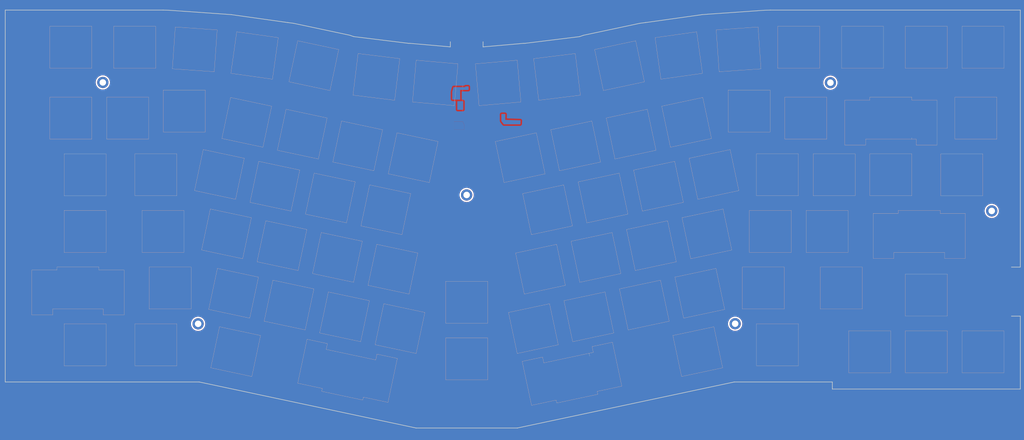
<source format=kicad_pcb>
(kicad_pcb (version 20221018) (generator pcbnew)
  (layers (0 "F.Cu" signal) (31 "B.Cu" signal) (34 "B.Paste" user) (35 "F.Paste" user) (36 "B.SilkS" user "B.Silkscreen") (37 "F.SilkS" user "F.Silkscreen") (38 "B.Mask" user) (39 "F.Mask" user) (44 "Edge.Cuts" user))
  (net 0 "")
  (net 1 "+3V3")
  (net 2 "GND")
  (net 3 "+5V")
  (footprint "Keyboard:MountingHole_2.2mm_M2_Pad" (layer "F.Cu") (at 470.866285 186.384803)
    (fp_text reference "MountTopMiddle6")
    (fp_text value "MountingHole")
    (pad "1" thru_hole circle (at 0 0) (size 3.8 3.8) (drill 2.2) (layers "*.Cu" "*.Mask"))
  )
  (footprint "Keyboard:MountingHole_2.2mm_M2_Pad" (layer "F.Cu") (at 384.676285 224.324803)
    (fp_text reference "MountTopMiddle4")
    (fp_text value "MountingHole")
    (pad "1" thru_hole circle (at 0 0) (size 3.8 3.8) (drill 2.2) (layers "*.Cu" "*.Mask"))
  )
  (footprint "Keyboard:MountingHole_2.2mm_M2_Pad" (layer "F.Cu") (at 172.256285 143.174803)
    (fp_text reference "MountTopMiddle1")
    (fp_text value "MountingHole")
    (pad "1" thru_hole circle (at 0 0) (size 3.8 3.8) (drill 2.2) (layers "*.Cu" "*.Mask"))
  )
  (footprint "Keyboard:MountingHole_2.2mm_M2_Pad" (layer "F.Cu") (at 294.475 181.015)
    (fp_text reference "MountTopMiddle3" hide)
    (fp_text value "MountingHole")
    (pad "1" thru_hole circle (at 0 0) (size 3.8 3.8) (drill 2.2) (layers "*.Cu" "*.Mask"))
  )
  (footprint "Keyboard:MountingHole_2.2mm_M2_Pad" (layer "F.Cu") (at 416.676285 143.254803)
    (fp_text reference "MountTopMiddle5")
    (fp_text value "MountingHole")
    (pad "1" thru_hole circle (at 0 0) (size 3.8 3.8) (drill 2.2) (layers "*.Cu" "*.Mask"))
  )
  (footprint "Keyboard:MountingHole_2.2mm_M2_Pad" (layer "F.Cu") (at 204.266285 224.354803)
    (fp_text reference "MountTopMiddle2")
    (fp_text value "MountingHole")
    (pad "1" thru_hole circle (at 0 0) (size 3.8 3.8) (drill 2.2) (layers "*.Cu" "*.Mask"))
  )
  (gr_line (start 417.319751 243.907303) (end 417.319751 246.288553) (stroke (width 0.2)) (layer "Edge.Cuts"))
  (gr_line (start 235.483494 186.439805) (end 221.691613 183.508251) (stroke (width 0.05)) (layer "Edge.Cuts"))
  (gr_line (start 364.907087 203.492012) (end 351.115206 206.423567) (stroke (width 0.05)) (layer "Edge.Cuts"))
  (gr_line (start 330.100306 230.366067) (end 327.168751 216.574186) (stroke (width 0.05)) (layer "Edge.Cuts"))
  (gr_line (start 441.839785 207.658503) (end 455.939785 207.658503) (stroke (width 0.05)) (layer "Edge.Cuts"))
  (gr_line (start 319.984414 235.537265) (end 320.400238 237.49356) (stroke (width 0.05)) (layer "Edge.Cuts"))
  (gr_line (start 208.370768 185.737369) (end 222.162649 188.668924) (stroke (width 0.05)) (layer "Edge.Cuts"))
  (gr_line (start 345.723133 173.679131) (end 348.654687 187.471012) (stroke (width 0.05)) (layer "Edge.Cuts"))
  (gr_line (start 271.194068 236.002441) (end 268.054602 250.77247) (stroke (width 0.05)) (layer "Edge.Cuts"))
  (gr_line (start 247.718526 231.012561) (end 247.302703 232.968856) (stroke (width 0.05)) (layer "Edge.Cuts"))
  (gr_line (start 396.408485 145.746003) (end 396.408485 159.846003) (stroke (width 0.05)) (layer "Edge.Cuts"))
  (gr_line (start 439.463535 186.232303) (end 439.463535 187.232303) (stroke (width 0.05)) (layer "Edge.Cuts"))
  (gr_line (start 460.889785 138.414803) (end 460.889785 124.314803) (stroke (width 0.05)) (layer "Edge.Cuts"))
  (gr_line (start 474.989785 124.314803) (end 474.989785 138.414803) (stroke (width 0.05)) (layer "Edge.Cuts"))
  (gr_line (start 210.668723 125.511051) (end 209.685157 139.576704) (stroke (width 0.05)) (layer "Edge.Cuts"))
  (gr_line (start 413.077285 124.314803) (end 413.077285 138.414803) (stroke (width 0.05)) (layer "Edge.Cuts"))
  (gr_line (start 422.789785 226.708503) (end 436.889785 226.708503) (stroke (width 0.05)) (layer "Edge.Cuts"))
  (gr_line (start 361.975533 189.700131) (end 364.907087 203.492012) (stroke (width 0.05)) (layer "Edge.Cuts"))
  (gr_line (start 281.944394 176.839705) (end 268.152513 173.908151) (stroke (width 0.05)) (layer "Edge.Cuts"))
  (gr_line (start 248.019368 213.640569) (end 261.811249 216.572124) (stroke (width 0.05)) (layer "Edge.Cuts"))
  (gr_line (start 187.808785 205.277303) (end 201.908785 205.277303) (stroke (width 0.05)) (layer "Edge.Cuts"))
  (gr_line (start 159.241285 167.187303) (end 173.341285 167.187303) (stroke (width 0.05)) (layer "Edge.Cuts"))
  (gr_line (start 201.908785 205.277303) (end 201.908785 219.377303) (stroke (width 0.05)) (layer "Edge.Cuts"))
  (gr_line (start 272.004857 135.172867) (end 270.2865 149.167768) (stroke (width 0.05)) (layer "Edge.Cuts"))
  (gr_line (start 436.889785 226.708503) (end 436.889785 240.808503) (stroke (width 0.05)) (layer "Edge.Cuts"))
  (gr_line (start 215.277249 140.111602) (end 217.23959 126.148823) (stroke (width 0.05)) (layer "Edge.Cuts"))
  (gr_line (start 245.997374 246.084061) (end 237.732026 244.327208) (stroke (width 0.05)) (layer "Edge.Cuts"))
  (gr_line (start 173.341285 181.287303) (end 159.241285 181.287303) (stroke (width 0.05)) (layer "Edge.Cuts"))
  (gr_line (start 290.33016 150.97462) (end 276.283815 149.745724) (stroke (width 0.05)) (layer "Edge.Cuts"))
  (gr_line (start 205.989468 165.755569) (end 219.781349 168.687124) (stroke (width 0.05)) (layer "Edge.Cuts"))
  (gr_line (start 316.229106 194.363267) (end 313.297551 180.571386) (stroke (width 0.05)) (layer "Edge.Cuts"))
  (gr_line (start 168.571285 124.314803) (end 168.571285 138.414803) (stroke (width 0.05)) (layer "Edge.Cuts"))
  (gr_line (start 371.740284 126.150167) (end 373.702625 140.112947) (stroke (width 0.05)) (layer "Edge.Cuts"))
  (gr_line (start 337.028747 233.959062) (end 336.612923 232.002766) (stroke (width 0.05)) (layer "Edge.Cuts"))
  (gr_line (start 453.563535 187.232303) (end 462.013535 187.232303) (stroke (width 0.05)) (layer "Edge.Cuts"))
  (gr_line (start 343.341833 193.660831) (end 346.273387 207.452712) (stroke (width 0.05)) (layer "Edge.Cuts"))
  (gr_line (start 201.908785 219.377303) (end 187.808785 219.377303) (stroke (width 0.05)) (layer "Edge.Cuts"))
  (gr_line (start 373.702625 140.112947) (end 359.739845 142.075287) (stroke (width 0.05)) (layer "Edge.Cuts"))
  (gr_line (start 310.916251 200.553186) (end 324.708133 197.621631) (stroke (width 0.05)) (layer "Edge.Cuts"))
  (gr_line (start 455.013535 202.332303) (end 462.013535 202.332303) (stroke (width 0.05)) (layer "Edge.Cuts"))
  (gr_line (start 270.2865 149.167768) (end 256.291599 147.44941) (stroke (width 0.05)) (layer "Edge.Cuts"))
  (gr_line (start 328.714492 235.726311) (end 320.400238 237.49356) (stroke (width 0.05)) (layer "Edge.Cuts"))
  (gr_line (start 362.525887 223.473812) (end 348.734006 226.405367) (stroke (width 0.05)) (layer "Edge.Cuts"))
  (gr_line (start 462.013535 202.332303) (end 462.013535 187.232303) (stroke (width 0.05)) (layer "Edge.Cuts"))
  (gr_line (start 458.508485 148.127303) (end 472.608485 148.127303) (stroke (width 0.05)) (layer "Edge.Cuts"))
  (gr_line (start 257.048749 176.608624) (end 254.117194 190.400505) (stroke (width 0.05)) (layer "Edge.Cuts"))
  (gr_line (start 139.476285 243.907303) (end 204.613333 243.907303) (stroke (width 0.2)) (layer "Edge.Cuts"))
  (gr_line (start 460.889785 240.808503) (end 460.889785 226.708503) (stroke (width 0.05)) (layer "Edge.Cuts"))
  (gr_line (start 474.989785 240.808503) (end 460.889785 240.808503) (stroke (width 0.05)) (layer "Edge.Cuts"))
  (gr_line (start 373.797033 148.236231) (end 376.728587 162.028112) (stroke (width 0.05)) (layer "Edge.Cuts"))
  (gr_line (start 405.933485 181.277303) (end 391.833485 181.277303) (stroke (width 0.05)) (layer "Edge.Cuts"))
  (gr_line (start 405.942285 238.437303) (end 391.842285 238.437303) (stroke (width 0.05)) (layer "Edge.Cuts"))
  (gr_line (start 313.297551 180.571386) (end 327.089433 177.639831) (stroke (width 0.05)) (layer "Edge.Cuts"))
  (gr_line (start 444.033485 181.277303) (end 429.933485 181.277303) (stroke (width 0.05)) (layer "Edge.Cuts"))
  (gr_line (start 196.60307 124.527485) (end 210.668723 125.511051) (stroke (width 0.05)) (layer "Edge.Cuts"))
  (gr_line (start 415.458485 148.127303) (end 415.458485 162.227303) (stroke (width 0.05)) (layer "Edge.Cuts"))
  (gr_line (start 369.748906 202.462867) (end 366.817351 188.670986) (stroke (width 0.05)) (layer "Edge.Cuts"))
  (gr_line (start 266.653168 217.601269) (end 280.445049 220.532824) (stroke (width 0.05)) (layer "Edge.Cuts"))
  (gr_line (start 373.529254 120.374991) (end 354.58916 123.036847) (stroke (width 0.2)) (layer "Edge.Cuts"))
  (gr_line (start 421.488485 164.232303) (end 421.488485 149.132303) (stroke (width 0.05)) (layer "Edge.Cuts"))
  (gr_line (start 327.089433 177.639831) (end 330.020987 191.431712) (stroke (width 0.05)) (layer "Edge.Cuts"))
  (gr_line (start 222.162649 188.668924) (end 219.231094 202.460805) (stroke (width 0.05)) (layer "Edge.Cuts"))
  (gr_line (start 175.902585 124.314803) (end 190.002585 124.314803) (stroke (width 0.05)) (layer "Edge.Cuts"))
  (gr_line (start 355.163333 152.196931) (end 358.094887 165.988812) (stroke (width 0.05)) (layer "Edge.Cuts"))
  (gr_line (start 333.729291 127.308199) (end 332.439451 127.764227) (stroke (width 0.2)) (layer "Edge.Cuts"))
  (gr_line (start 247.718526 231.012561) (end 240.871493 229.557179) (stroke (width 0.05)) (layer "Edge.Cuts"))
  (gr_line (start 384.376454 243.907303) (end 417.319751 243.907303) (stroke (width 0.2)) (layer "Edge.Cuts"))
  (gr_line (start 369.198651 168.689286) (end 382.990533 165.757731) (stroke (width 0.05)) (layer "Edge.Cuts"))
  (gr_line (start 389.452285 200.327303) (end 389.452285 186.227303) (stroke (width 0.05)) (layer "Edge.Cuts"))
  (gr_line (start 376.728587 162.028112) (end 362.936706 164.959667) (stroke (width 0.05)) (layer "Edge.Cuts"))
  (gr_line (start 467.853485 167.187303) (end 467.853485 181.287303) (stroke (width 0.05)) (layer "Edge.Cuts"))
  (gr_line (start 172.407535 221.382303) (end 179.407535 221.382303) (stroke (width 0.05)) (layer "Edge.Cuts"))
  (gr_line (start 168.571285 162.227303) (end 154.471285 162.227303) (stroke (width 0.05)) (layer "Edge.Cuts"))
  (gr_line (start 274.950872 130.023528) (end 256.550336 127.764227) (stroke (width 0.2)) (layer "Edge.Cuts"))
  (gr_line (start 194.454149 118.893864) (end 192.520589 118.844803) (stroke (width 0.2)) (layer "Edge.Cuts"))
  (gr_line (start 226.043294 164.957605) (end 212.251413 162.026051) (stroke (width 0.05)) (layer "Edge.Cuts"))
  (gr_line (start 276.283815 149.745724) (end 277.512711 135.699379) (stroke (width 0.05)) (layer "Edge.Cuts"))
  (gr_line (start 324.542195 250.005822) (end 316.276848 251.762676) (stroke (width 0.05)) (layer "Edge.Cuts"))
  (gr_line (start 238.415049 172.647924) (end 235.483494 186.439805) (stroke (width 0.05)) (layer "Edge.Cuts"))
  (gr_line (start 429.938485 148.132303) (end 429.938485 149.132303) (stroke (width 0.05)) (layer "Edge.Cuts"))
  (gr_line (start 271.084068 160.116269) (end 284.875949 163.047824) (stroke (width 0.05)) (layer "Edge.Cuts"))
  (gr_line (start 330.969892 133.455717) (end 332.68825 147.450618) (stroke (width 0.05)) (layer "Edge.Cuts"))
  (gr_line (start 256.550336 127.764227) (end 255.260495 127.308199) (stroke (width 0.2)) (layer "Edge.Cuts"))
  (gr_line (start 405.933485 167.177303) (end 405.933485 181.277303) (stroke (width 0.05)) (layer "Edge.Cuts"))
  (gr_line (start 210.751968 205.719069) (end 224.543849 208.650624) (stroke (width 0.05)) (layer "Edge.Cuts"))
  (gr_line (start 155.407535 219.382303) (end 155.407535 221.382303) (stroke (width 0.05)) (layer "Edge.Cuts"))
  (gr_line (start 159.241285 181.287303) (end 159.241285 167.187303) (stroke (width 0.05)) (layer "Edge.Cuts"))
  (gr_line (start 441.839785 221.758503) (end 441.839785 207.658503) (stroke (width 0.05)) (layer "Edge.Cuts"))
  (gr_line (start 455.939785 138.414803) (end 441.839785 138.414803) (stroke (width 0.05)) (layer "Edge.Cuts"))
  (gr_line (start 444.038485 148.132303) (end 444.038485 149.132303) (stroke (width 0.05)) (layer "Edge.Cuts"))
  (gr_line (start 427.370985 219.387303) (end 413.270985 219.387303) (stroke (width 0.05)) (layer "Edge.Cuts"))
  (gr_line (start 208.524607 239.146441) (end 211.456161 225.35456) (stroke (width 0.05)) (layer "Edge.Cuts"))
  (gr_line (start 228.974849 151.165724) (end 226.043294 164.957605) (stroke (width 0.05)) (layer "Edge.Cuts"))
  (gr_line (start 197.146285 181.277303) (end 183.046285 181.277303) (stroke (width 0.05)) (layer "Edge.Cuts"))
  (gr_line (start 261.890668 177.637769) (end 275.682549 180.569324) (stroke (width 0.05)) (layer "Edge.Cuts"))
  (gr_line (start 159.242585 224.337303) (end 173.342585 224.337303) (stroke (width 0.05)) (layer "Edge.Cuts"))
  (gr_line (start 287.439885 229.089803) (end 301.539885 229.089803) (stroke (width 0.05)) (layer "Edge.Cuts"))
  (gr_line (start 352.675743 123.281006) (end 333.729291 127.308199) (stroke (width 0.2)) (layer "Edge.Cuts"))
  (gr_line (start 240.325313 187.468951) (end 243.256868 173.677069) (stroke (width 0.05)) (layer "Edge.Cuts"))
  (gr_line (start 385.922087 179.549612) (end 372.130206 182.481167) (stroke (width 0.05)) (layer "Edge.Cuts"))
  (gr_line (start 335.610433 234.260533) (end 335.818344 235.238681) (stroke (width 0.05)) (layer "Edge.Cuts"))
  (gr_line (start 367.367706 222.444567) (end 364.436151 208.652686) (stroke (width 0.05)) (layer "Edge.Cuts"))
  (gr_line (start 207.820413 219.510951) (end 210.751968 205.719069) (stroke (width 0.05)) (layer "Edge.Cuts"))
  (gr_line (start 183.046285 181.277303) (end 183.046285 167.177303) (stroke (width 0.05)) (layer "Edge.Cuts"))
  (gr_line (start 357.777505 128.112508) (end 371.740284 126.150167) (stroke (width 0.05)) (layer "Edge.Cuts"))
  (gr_line (start 225.248043 228.286115) (end 222.316488 242.077996) (stroke (width 0.05)) (layer "Edge.Cuts"))
  (gr_line (start 139.476285 118.844803) (end 139.476285 243.907303) (stroke (width 0.2)) (layer "Edge.Cuts"))
  (gr_line (start 148.407535 221.382303) (end 148.407535 206.282303) (stroke (width 0.05)) (layer "Edge.Cuts"))
  (gr_line (start 199.527585 200.327303) (end 185.427585 200.327303) (stroke (width 0.05)) (layer "Edge.Cuts"))
  (gr_line (start 197.155085 238.437303) (end 183.055085 238.437303) (stroke (width 0.05)) (layer "Edge.Cuts"))
  (gr_line (start 421.488485 149.132303) (end 429.938485 149.132303) (stroke (width 0.05)) (layer "Edge.Cuts"))
  (gr_line (start 248.574294 145.894205) (end 234.782413 142.962651) (stroke (width 0.05)) (layer "Edge.Cuts"))
  (gr_line (start 439.463535 186.232303) (end 453.563535 186.232303) (stroke (width 0.05)) (layer "Edge.Cuts"))
  (gr_line (start 242.706613 207.450651) (end 245.638168 193.658769) (stroke (width 0.05)) (layer "Edge.Cuts"))
  (gr_line (start 383.540787 199.531312) (end 369.748906 202.462867) (stroke (width 0.05)) (layer "Edge.Cuts"))
  (gr_line (start 213.533697 120.228036) (end 194.454149 118.893864) (stroke (width 0.2)) (layer "Edge.Cuts"))
  (gr_line (start 339.461187 169.949512) (end 325.669306 172.881067) (stroke (width 0.05)) (layer "Edge.Cuts"))
  (gr_line (start 234.782413 142.962651) (end 237.713968 129.170769) (stroke (width 0.05)) (layer "Edge.Cuts"))
  (gr_line (start 322.326933 217.603331) (end 325.258487 231.395212) (stroke (width 0.05)) (layer "Edge.Cuts"))
  (gr_line (start 391.833485 181.277303) (end 391.833485 167.177303) (stroke (width 0.05)) (layer "Edge.Cuts"))
  (gr_line (start 155.407535 221.382303) (end 148.407535 221.382303) (stroke (width 0.05)) (layer "Edge.Cuts"))
  (gr_line (start 311.466606 234.326767) (end 308.535051 220.534886) (stroke (width 0.05)) (layer "Edge.Cuts"))
  (gr_line (start 441.839785 138.414803) (end 441.839785 124.314803) (stroke (width 0.05)) (layer "Edge.Cuts"))
  (gr_line (start 436.889785 240.808503) (end 422.789785 240.808503) (stroke (width 0.05)) (layer "Edge.Cuts"))
  (gr_line (start 367.288387 183.510312) (end 353.496506 186.441867) (stroke (width 0.05)) (layer "Edge.Cuts"))
  (gr_line (start 240.796349 192.629624) (end 237.864794 206.421505) (stroke (width 0.05)) (layer "Edge.Cuts"))
  (gr_line (start 344.303006 168.920367) (end 341.371451 155.128486) (stroke (width 0.05)) (layer "Edge.Cuts"))
  (gr_line (start 415.458485 162.227303) (end 401.358485 162.227303) (stroke (width 0.05)) (layer "Edge.Cuts"))
  (gr_line (start 348.654687 187.471012) (end 334.862806 190.402567) (stroke (width 0.05)) (layer "Edge.Cuts"))
  (gr_line (start 341.371451 155.128486) (end 355.163333 152.196931) (stroke (width 0.05)) (layer "Edge.Cuts"))
  (gr_line (start 325.258487 231.395212) (end 311.466606 234.326767) (stroke (width 0.05)) (layer "Edge.Cuts"))
  (gr_line (start 375.456089 120.228036) (end 373.529254 120.374991) (stroke (width 0.2)) (layer "Edge.Cuts"))
  (gr_line (start 148.407535 206.282303) (end 156.857535 206.282303) (stroke (width 0.05)) (layer "Edge.Cuts"))
  (gr_line (start 245.087813 227.432451) (end 248.019368 213.640569) (stroke (width 0.05)) (layer "Edge.Cuts"))
  (gr_line (start 226.454113 223.471651) (end 229.385668 209.679769) (stroke (width 0.05)) (layer "Edge.Cuts"))
  (gr_line (start 154.471285 162.227303) (end 154.471285 148.127303) (stroke (width 0.05)) (layer "Edge.Cuts"))
  (gr_line (start 217.23959 126.148823) (end 231.202369 128.111163) (stroke (width 0.05)) (layer "Edge.Cuts"))
  (gr_line (start 264.347035 234.547059) (end 271.194068 236.002441) (stroke (width 0.05)) (layer "Edge.Cuts"))
  (gr_line (start 173.340085 200.337303) (end 159.240085 200.337303) (stroke (width 0.05)) (layer "Edge.Cuts"))
  (gr_line (start 168.571285 148.127303) (end 168.571285 162.227303) (stroke (width 0.05)) (layer "Edge.Cuts"))
  (gr_line (start 154.471285 138.414803) (end 154.471285 124.314803) (stroke (width 0.05)) (layer "Edge.Cuts"))
  (gr_line (start 393.360286 138.593875) (end 379.294633 139.577441) (stroke (width 0.05)) (layer "Edge.Cuts"))
  (gr_line (start 219.231094 202.460805) (end 205.439213 199.529251) (stroke (width 0.05)) (layer "Edge.Cuts"))
  (gr_line (start 441.839785 226.708503) (end 455.939785 226.708503) (stroke (width 0.05)) (layer "Edge.Cuts"))
  (gr_line (start 441.839785 124.314803) (end 455.939785 124.314803) (stroke (width 0.05)) (layer "Edge.Cuts"))
  (gr_line (start 224.072913 203.489951) (end 227.004468 189.698069) (stroke (width 0.05)) (layer "Edge.Cuts"))
  (gr_line (start 438.013535 202.332303) (end 431.013535 202.332303) (stroke (width 0.05)) (layer "Edge.Cuts"))
  (gr_line (start 247.608549 155.126424) (end 244.676994 168.918305) (stroke (width 0.05)) (layer "Edge.Cuts"))
  (gr_line (start 413.270985 219.387303) (end 413.270985 205.287303) (stroke (width 0.05)) (layer "Edge.Cuts"))
  (gr_line (start 398.977285 124.314803) (end 413.077285 124.314803) (stroke (width 0.05)) (layer "Edge.Cuts"))
  (gr_line (start 436.988485 162.232303) (end 428.488485 162.232303) (stroke (width 0.05)) (layer "Edge.Cuts"))
  (gr_line (start 203.057913 179.547451) (end 205.989468 165.755569) (stroke (width 0.05)) (layer "Edge.Cuts"))
  (gr_line (start 389.452285 186.227303) (end 403.552285 186.227303) (stroke (width 0.05)) (layer "Edge.Cuts"))
  (gr_line (start 348.734006 226.405367) (end 345.802451 212.613486) (stroke (width 0.05)) (layer "Edge.Cuts"))
  (gr_line (start 212.251413 162.026051) (end 215.182968 148.234169) (stroke (width 0.05)) (layer "Edge.Cuts"))
  (gr_line (start 170.957535 206.282303) (end 179.407535 206.282303) (stroke (width 0.05)) (layer "Edge.Cuts"))
  (gr_line (start 359.739845 142.075287) (end 357.777505 128.112508) (stroke (width 0.05)) (layer "Edge.Cuts"))
  (gr_line (start 343.459957 230.547384) (end 346.599423 245.317413) (stroke (width 0.05)) (layer "Edge.Cuts"))
  (gr_line (start 187.621285 148.127303) (end 187.621285 162.227303) (stroke (width 0.05)) (layer "Edge.Cuts"))
  (gr_line (start 275.398367 130.023528) (end 274.950872 130.023528) (stroke (width 0.2)) (layer "Edge.Cuts"))
  (gr_line (start 170.957535 205.282303) (end 170.957535 206.282303) (stroke (width 0.05)) (layer "Edge.Cuts"))
  (gr_line (start 163.907535 219.382303) (end 172.407535 219.382303) (stroke (width 0.05)) (layer "Edge.Cuts"))
  (gr_line (start 436.988485 162.232303) (end 445.488485 162.232303) (stroke (width 0.05)) (layer "Edge.Cuts"))
  (gr_line (start 287.439885 210.039803) (end 301.539885 210.039803) (stroke (width 0.05)) (layer "Edge.Cuts"))
  (gr_line (start 278.063749 200.551024) (end 275.132194 214.342905) (stroke (width 0.05)) (layer "Edge.Cuts"))
  (gr_line (start 312.696002 149.746578) (end 298.649657 150.975474) (stroke (width 0.05)) (layer "Edge.Cuts"))
  (gr_line (start 351.115206 206.423567) (end 348.183651 192.631686) (stroke (width 0.05)) (layer "Edge.Cuts"))
  (gr_line (start 268.152513 173.908151) (end 271.084068 160.116269) (stroke (width 0.05)) (layer "Edge.Cuts"))
  (gr_line (start 380.472539 239.144885) (end 366.680658 242.076439) (stroke (width 0.05)) (layer "Edge.Cuts"))
  (gr_line (start 387.070985 219.377303) (end 387.070985 205.277303) (stroke (width 0.05)) (layer "Edge.Cuts"))
  (gr_line (start 258.879694 230.364005) (end 245.087813 227.432451) (stroke (width 0.05)) (layer "Edge.Cuts"))
  (gr_line (start 172.407535 221.382303) (end 172.407535 219.382303) (stroke (width 0.05)) (layer "Edge.Cuts"))
  (gr_line (start 311.467106 135.700233) (end 312.696002 149.746578) (stroke (width 0.05)) (layer "Edge.Cuts"))
  (gr_line (start 453.753485 181.287303) (end 453.753485 167.187303) (stroke (width 0.05)) (layer "Edge.Cuts"))
  (gr_line (start 401.170985 205.277303) (end 401.170985 219.377303) (stroke (width 0.05)) (layer "Edge.Cuts"))
  (gr_line (start 221.612294 222.442505) (end 207.820413 219.510951) (stroke (width 0.05)) (layer "Edge.Cuts"))
  (gr_line (start 460.889785 124.314803) (end 474.989785 124.314803) (stroke (width 0.05)) (layer "Edge.Cuts"))
  (gr_line (start 288.994893 131.214803) (end 275.398367 130.023528) (stroke (width 0.2)) (layer "Edge.Cuts"))
  (gr_line (start 258.959113 191.429651) (end 261.890668 177.637769) (stroke (width 0.05)) (layer "Edge.Cuts"))
  (gr_line (start 455.939785 124.314803) (end 455.939785 138.414803) (stroke (width 0.05)) (layer "Edge.Cuts"))
  (gr_line (start 334.862806 190.402567) (end 331.931251 176.610686) (stroke (width 0.05)) (layer "Edge.Cuts"))
  (gr_line (start 313.137381 236.992647) (end 316.276848 251.762676) (stroke (width 0.05)) (layer "Edge.Cuts"))
  (gr_line (start 424.983485 167.177303) (end 424.983485 181.277303) (stroke (width 0.05)) (layer "Edge.Cuts"))
  (gr_line (start 413.270985 205.287303) (end 427.370985 205.287303) (stroke (width 0.05)) (layer "Edge.Cuts"))
  (gr_line (start 316.974991 135.174075) (end 330.969892 133.455717) (stroke (width 0.05)) (layer "Edge.Cuts"))
  (gr_line (start 277.476816 259.394914) (end 311.512971 259.394914) (stroke (width 0.2)) (layer "Edge.Cuts"))
  (gr_line (start 263.721613 231.393151) (end 266.653168 217.601269) (stroke (width 0.05)) (layer "Edge.Cuts"))
  (gr_line (start 410.883485 167.177303) (end 424.983485 167.177303) (stroke (width 0.05)) (layer "Edge.Cuts"))
  (gr_line (start 298.649657 150.975474) (end 297.420761 136.929129) (stroke (width 0.05)) (layer "Edge.Cuts"))
  (gr_line (start 330.020987 191.431712) (end 316.229106 194.363267) (stroke (width 0.05)) (layer "Edge.Cuts"))
  (gr_line (start 195.619503 138.593138) (end 196.60307 124.527485) (stroke (width 0.05)) (layer "Edge.Cuts"))
  (gr_line (start 205.439213 199.529251) (end 208.370768 185.737369) (stroke (width 0.05)) (layer "Edge.Cuts"))
  (gr_line (start 441.839785 240.808503) (end 441.839785 226.708503) (stroke (width 0.05)) (layer "Edge.Cuts"))
  (gr_line (start 324.708133 197.621631) (end 327.639687 211.413512) (stroke (width 0.05)) (layer "Edge.Cuts"))
  (gr_line (start 472.608485 148.127303) (end 472.608485 162.227303) (stroke (width 0.05)) (layer "Edge.Cuts"))
  (gr_line (start 215.182968 148.234169) (end 228.974849 151.165724) (stroke (width 0.05)) (layer "Edge.Cuts"))
  (gr_line (start 252.450368 156.155569) (end 266.242249 159.087124) (stroke (width 0.05)) (layer "Edge.Cuts"))
  (gr_line (start 379.294633 139.577441) (end 378.311067 125.511788) (stroke (width 0.05)) (layer "Edge.Cuts"))
  (gr_line (start 183.046285 167.177303) (end 197.146285 167.177303) (stroke (width 0.05)) (layer "Edge.Cuts"))
  (gr_line (start 234.400626 123.036847) (end 215.460533 120.374991) (stroke (width 0.2)) (layer "Edge.Cuts"))
  (gr_line (start 173.521285 162.227303) (end 173.521285 148.127303) (stroke (width 0.05)) (layer "Edge.Cuts"))
  (gr_line (start 327.639687 211.413512) (end 313.847806 214.345067) (stroke (width 0.05)) (layer "Edge.Cuts"))
  (gr_line (start 403.552285 200.327303) (end 389.452285 200.327303) (stroke (width 0.05)) (layer "Edge.Cuts"))
  (gr_line (start 391.833485 167.177303) (end 405.933485 167.177303) (stroke (width 0.05)) (layer "Edge.Cuts"))
  (gr_line (start 429.933485 167.177303) (end 444.033485 167.177303) (stroke (width 0.05)) (layer "Edge.Cuts"))
  (gr_line (start 431.013535 202.332303) (end 431.013535 187.232303) (stroke (width 0.05)) (layer "Edge.Cuts"))
  (gr_line (start 401.358485 162.227303) (end 401.358485 148.127303) (stroke (width 0.05)) (layer "Edge.Cuts"))
  (gr_line (start 378.228033 205.721131) (end 381.159587 219.513012) (stroke (width 0.05)) (layer "Edge.Cuts"))
  (gr_line (start 446.513535 200.332303) (end 438.013535 200.332303) (stroke (width 0.05)) (layer "Edge.Cuts"))
  (gr_line (start 427.370985 205.287303) (end 427.370985 219.387303) (stroke (width 0.05)) (layer "Edge.Cuts"))
  (gr_line (start 480.469751 118.844803) (end 396.469197 118.844803) (stroke (width 0.2)) (layer "Edge.Cuts"))
  (gr_line (start 261.811249 216.572124) (end 258.879694 230.364005) (stroke (width 0.05)) (layer "Edge.Cuts"))
  (gr_line (start 185.427585 200.327303) (end 185.427585 186.227303) (stroke (width 0.05)) (layer "Edge.Cuts"))
  (gr_line (start 308.535051 220.534886) (end 322.326933 217.603331) (stroke (width 0.05)) (layer "Edge.Cuts"))
  (gr_line (start 420.408485 124.314803) (end 434.508485 124.314803) (stroke (width 0.05)) (layer "Edge.Cuts"))
  (gr_line (start 314.038914 130.023528) (end 313.591419 130.023528) (stroke (width 0.2)) (layer "Edge.Cuts"))
  (gr_line (start 392.37672 124.528221) (end 393.360286 138.593875) (stroke (width 0.05)) (layer "Edge.Cuts"))
  (gr_line (start 345.802451 212.613486) (end 359.594333 209.681931) (stroke (width 0.05)) (layer "Edge.Cuts"))
  (gr_line (start 231.202369 128.111163) (end 229.240029 142.073943) (stroke (width 0.05)) (layer "Edge.Cuts"))
  (gr_line (start 480.469751 246.288553) (end 480.469751 221.772928) (stroke (width 0.2)) (layer "Edge.Cuts"))
  (gr_line (start 197.155085 224.337303) (end 197.155085 238.437303) (stroke (width 0.05)) (layer "Edge.Cuts"))
  (gr_line (start 381.159587 219.513012) (end 367.367706 222.444567) (stroke (width 0.05)) (layer "Edge.Cuts"))
  (gr_line (start 453.563535 186.232303) (end 453.563535 187.232303) (stroke (width 0.05)) (layer "Edge.Cuts"))
  (gr_line (start 455.013535 202.332303) (end 455.013535 200.332303) (stroke (width 0.05)) (layer "Edge.Cuts"))
  (gr_line (start 455.939785 240.808503) (end 441.839785 240.808503) (stroke (width 0.05)) (layer "Edge.Cuts"))
  (gr_line (start 215.460533 120.374991) (end 213.533697 120.228036) (stroke (width 0.2)) (layer "Edge.Cuts"))
  (gr_line (start 173.521285 148.127303) (end 187.621285 148.127303) (stroke (width 0.05)) (layer "Edge.Cuts"))
  (gr_line (start 244.676994 168.918305) (end 230.885113 165.986751) (stroke (width 0.05)) (layer "Edge.Cuts"))
  (gr_line (start 204.613333 243.907303) (end 277.476816 259.394914) (stroke (width 0.2)) (layer "Edge.Cuts"))
  (gr_line (start 299.994893 129.479169) (end 299.994893 131.214803) (stroke (width 0.2)) (layer "Edge.Cuts"))
  (gr_line (start 301.539885 224.139803) (end 287.439885 224.139803) (stroke (width 0.05)) (layer "Edge.Cuts"))
  (gr_line (start 455.939785 207.658503) (end 455.939785 221.758503) (stroke (width 0.05)) (layer "Edge.Cuts"))
  (gr_line (start 366.680658 242.076439) (end 363.749103 228.284558) (stroke (width 0.05)) (layer "Edge.Cuts"))
  (gr_line (start 363.749103 228.284558) (end 377.540985 225.353003) (stroke (width 0.05)) (layer "Edge.Cuts"))
  (gr_line (start 354.197587 142.964712) (end 340.405706 145.896267) (stroke (width 0.05)) (layer "Edge.Cuts"))
  (gr_line (start 336.529633 156.157631) (end 339.461187 169.949512) (stroke (width 0.05)) (layer "Edge.Cuts"))
  (gr_line (start 319.984414 235.537265) (end 313.137381 236.992647) (stroke (width 0.05)) (layer "Edge.Cuts"))
  (gr_line (start 313.847806 214.345067) (end 310.916251 200.553186) (stroke (width 0.05)) (layer "Edge.Cuts"))
  (gr_line (start 422.602285 200.327303) (end 408.502285 200.327303) (stroke (width 0.05)) (layer "Edge.Cuts"))
  (gr_line (start 255.616957 234.736105) (end 263.931212 236.503355) (stroke (width 0.05)) (layer "Edge.Cuts"))
  (gr_line (start 474.989785 226.708503) (end 474.989785 240.808503) (stroke (width 0.05)) (layer "Edge.Cuts"))
  (gr_line (start 480.463217 205.272928) (end 480.469751 118.844803) (stroke (width 0.2)) (layer "Edge.Cuts"))
  (gr_line (start 366.817351 188.670986) (end 380.609233 185.739431) (stroke (width 0.05)) (layer "Edge.Cuts"))
  (gr_line (start 192.571285 145.746003) (end 206.671285 145.746003) (stroke (width 0.05)) (layer "Edge.Cuts"))
  (gr_line (start 173.342585 238.437303) (end 159.242585 238.437303) (stroke (width 0.05)) (layer "Edge.Cuts"))
  (gr_line (start 380.609233 185.739431) (end 383.540787 199.531312) (stroke (width 0.05)) (layer "Edge.Cuts"))
  (gr_line (start 340.405706 145.896267) (end 337.474151 132.104386) (stroke (width 0.05)) (layer "Edge.Cuts"))
  (gr_line (start 434.508485 138.414803) (end 420.408485 138.414803) (stroke (width 0.05)) (layer "Edge.Cuts"))
  (gr_line (start 387.070985 205.277303) (end 401.170985 205.277303) (stroke (width 0.05)) (layer "Edge.Cuts"))
  (gr_line (start 311.512971 259.394914) (end 384.376454 243.907303) (stroke (width 0.2)) (layer "Edge.Cuts"))
  (gr_line (start 277.513494 234.324705) (end 263.721613 231.393151) (stroke (width 0.05)) (layer "Edge.Cuts"))
  (gr_line (start 424.983485 181.277303) (end 410.883485 181.277303) (stroke (width 0.05)) (layer "Edge.Cuts"))
  (gr_line (start 396.408485 159.846003) (end 382.308485 159.846003) (stroke (width 0.05)) (layer "Edge.Cuts"))
  (gr_line (start 322.737751 159.089186) (end 336.529633 156.157631) (stroke (width 0.05)) (layer "Edge.Cuts"))
  (gr_line (start 301.539885 243.189803) (end 287.439885 243.189803) (stroke (width 0.05)) (layer "Edge.Cuts"))
  (gr_line (start 227.004468 189.698069) (end 240.796349 192.629624) (stroke (width 0.05)) (layer "Edge.Cuts"))
  (gr_line (start 318.693349 149.168975) (end 316.974991 135.174075) (stroke (width 0.05)) (layer "Edge.Cuts"))
  (gr_line (start 163.907535 219.382303) (end 155.407535 219.382303) (stroke (width 0.05)) (layer "Edge.Cuts"))
  (gr_line (start 340.960633 213.642631) (end 343.892187 227.434512) (stroke (width 0.05)) (layer "Edge.Cuts"))
  (gr_line (start 263.310694 172.879005) (end 249.518813 169.947451) (stroke (width 0.05)) (layer "Edge.Cuts"))
  (gr_line (start 211.456161 225.35456) (end 225.248043 228.286115) (stroke (width 0.05)) (layer "Edge.Cuts"))
  (gr_line (start 382.990533 165.757731) (end 385.922087 179.549612) (stroke (width 0.05)) (layer "Edge.Cuts"))
  (gr_line (start 336.612923 232.002766) (end 343.459957 230.547384) (stroke (width 0.05)) (layer "Edge.Cuts"))
  (gr_line (start 187.621285 162.227303) (end 173.521285 162.227303) (stroke (width 0.05)) (layer "Edge.Cuts"))
  (gr_line (start 434.508485 124.314803) (end 434.508485 138.414803) (stroke (width 0.05)) (layer "Edge.Cuts"))
  (gr_line (start 337.474151 132.104386) (end 351.266033 129.172831) (stroke (width 0.05)) (layer "Edge.Cuts"))
  (gr_line (start 272.750994 194.361205) (end 258.959113 191.429651) (stroke (width 0.05)) (layer "Edge.Cuts"))
  (gr_line (start 410.883485 181.277303) (end 410.883485 167.177303) (stroke (width 0.05)) (layer "Edge.Cuts"))
  (gr_line (start 324.750106 250.983969) (end 324.542195 250.005822) (stroke (width 0.05)) (layer "Edge.Cuts"))
  (gr_line (start 429.938485 148.132303) (end 444.038485 148.132303) (stroke (width 0.05)) (layer "Edge.Cuts"))
  (gr_line (start 185.427585 186.227303) (end 199.527585 186.227303) (stroke (width 0.05)) (layer "Edge.Cuts"))
  (gr_line (start 401.170985 219.377303) (end 387.070985 219.377303) (stroke (width 0.05)) (layer "Edge.Cuts"))
  (gr_line (start 287.439885 243.189803) (end 287.439885 229.089803) (stroke (width 0.05)) (layer "Edge.Cuts"))
  (gr_line (start 446.513535 200.332303) (end 455.013535 200.332303) (stroke (width 0.05)) (layer "Edge.Cuts"))
  (gr_line (start 431.013535 187.232303) (end 439.463535 187.232303) (stroke (width 0.05)) (layer "Edge.Cuts"))
  (gr_line (start 173.341285 167.187303) (end 173.341285 181.287303) (stroke (width 0.05)) (layer "Edge.Cuts"))
  (gr_line (start 332.439451 127.764227) (end 314.038914 130.023528) (stroke (width 0.2)) (layer "Edge.Cuts"))
  (gr_line (start 438.013535 200.332303) (end 438.013535 202.332303) (stroke (width 0.05)) (layer "Edge.Cuts"))
  (gr_line (start 275.132194 214.342905) (end 261.340313 211.411351) (stroke (width 0.05)) (layer "Edge.Cuts"))
  (gr_line (start 382.308485 145.746003) (end 396.408485 145.746003) (stroke (width 0.05)) (layer "Edge.Cuts"))
  (gr_line (start 348.183651 192.631686) (end 361.975533 189.700131) (stroke (width 0.05)) (layer "Edge.Cuts"))
  (gr_line (start 353.496506 186.441867) (end 350.564951 172.649986) (stroke (width 0.05)) (layer "Edge.Cuts"))
  (gr_line (start 277.512711 135.699379) (end 291.559056 136.928275) (stroke (width 0.05)) (layer "Edge.Cuts"))
  (gr_line (start 190.002585 138.414803) (end 175.902585 138.414803) (stroke (width 0.05)) (layer "Edge.Cuts"))
  (gr_line (start 320.827487 173.910312) (end 307.035606 176.841867) (stroke (width 0.05)) (layer "Edge.Cuts"))
  (gr_line (start 251.505849 132.102324) (end 248.574294 145.894205) (stroke (width 0.05)) (layer "Edge.Cuts"))
  (gr_line (start 229.385668 209.679769) (end 243.177549 212.611324) (stroke (width 0.05)) (layer "Edge.Cuts"))
  (gr_line (start 297.420761 136.929129) (end 311.467106 135.700233) (stroke (width 0.05)) (layer "Edge.Cuts"))
  (gr_line (start 173.342585 224.337303) (end 173.342585 238.437303) (stroke (width 0.05)) (layer "Edge.Cuts"))
  (gr_line (start 245.789462 247.062209) (end 245.997374 246.084061) (stroke (width 0.05)) (layer "Edge.Cuts"))
  (gr_line (start 477.469751 205.272928) (end 480.469751 205.272928) (stroke (width 0.2)) (layer "Edge.Cuts"))
  (gr_line (start 256.291599 147.44941) (end 258.009957 133.454509) (stroke (width 0.05)) (layer "Edge.Cuts"))
  (gr_line (start 266.242249 159.087124) (end 263.310694 172.879005) (stroke (width 0.05)) (layer "Edge.Cuts"))
  (gr_line (start 154.471285 124.314803) (end 168.571285 124.314803) (stroke (width 0.05)) (layer "Edge.Cuts"))
  (gr_line (start 474.989785 138.414803) (end 460.889785 138.414803) (stroke (width 0.05)) (layer "Edge.Cuts"))
  (gr_line (start 179.407535 221.382303) (end 179.407535 206.282303) (stroke (width 0.05)) (layer "Edge.Cuts"))
  (gr_line (start 197.146285 167.177303) (end 197.146285 181.277303) (stroke (width 0.05)) (layer "Edge.Cuts"))
  (gr_line (start 455.939785 221.758503) (end 441.839785 221.758503) (stroke (width 0.05)) (layer "Edge.Cuts"))
  (gr_line (start 332.68825 147.450618) (end 318.693349 149.168975) (stroke (width 0.05)) (layer "Edge.Cuts"))
  (gr_line (start 332.481506 210.384267) (end 329.549951 196.592386) (stroke (width 0.05)) (layer "Edge.Cuts"))
  (gr_line (start 362.936706 164.959667) (end 360.005151 151.167786) (stroke (width 0.05)) (layer "Edge.Cuts"))
  (gr_line (start 338.541988 248.052415) (end 338.334076 247.074267) (stroke (width 0.05)) (layer "Edge.Cuts"))
  (gr_line (start 391.842285 224.337303) (end 405.942285 224.337303) (stroke (width 0.05)) (layer "Edge.Cuts"))
  (gr_line (start 237.864794 206.421505) (end 224.072913 203.489951) (stroke (width 0.05)) (layer "Edge.Cuts"))
  (gr_line (start 382.308485 159.846003) (end 382.308485 145.746003) (stroke (width 0.05)) (layer "Edge.Cuts"))
  (gr_line (start 240.245994 226.403205) (end 226.454113 223.471651) (stroke (width 0.05)) (layer "Edge.Cuts"))
  (gr_line (start 154.471285 148.127303) (end 168.571285 148.127303) (stroke (width 0.05)) (layer "Edge.Cuts"))
  (gr_line (start 408.502285 200.327303) (end 408.502285 186.227303) (stroke (width 0.05)) (layer "Edge.Cuts"))
  (gr_line (start 422.789785 240.808503) (end 422.789785 226.708503) (stroke (width 0.05)) (layer "Edge.Cuts"))
  (gr_line (start 301.539885 210.039803) (end 301.539885 224.139803) (stroke (width 0.05)) (layer "Edge.Cuts"))
  (gr_line (start 156.857535 205.282303) (end 156.857535 206.282303) (stroke (width 0.05)) (layer "Edge.Cuts"))
  (gr_line (start 331.931251 176.610686) (end 345.723133 173.679131) (stroke (width 0.05)) (layer "Edge.Cuts"))
  (gr_line (start 261.340313 211.411351) (end 264.271868 197.619469) (stroke (width 0.05)) (layer "Edge.Cuts"))
  (gr_line (start 288.994893 129.479169) (end 288.994893 131.214803) (stroke (width 0.2)) (layer "Edge.Cuts"))
  (gr_line (start 350.564951 172.649986) (end 364.356833 169.718431) (stroke (width 0.05)) (layer "Edge.Cuts"))
  (gr_line (start 206.671285 159.846003) (end 192.571285 159.846003) (stroke (width 0.05)) (layer "Edge.Cuts"))
  (gr_line (start 240.871493 229.557179) (end 237.732026 244.327208) (stroke (width 0.05)) (layer "Edge.Cuts"))
  (gr_line (start 192.571285 159.846003) (end 192.571285 145.746003) (stroke (width 0.05)) (layer "Edge.Cuts"))
  (gr_line (start 396.469197 118.844803) (end 394.535637 118.893864) (stroke (width 0.2)) (layer "Edge.Cuts"))
  (gr_line (start 259.430049 196.590324) (end 256.498494 210.382205) (stroke (width 0.05)) (layer "Edge.Cuts"))
  (gr_line (start 372.130206 182.481167) (end 369.198651 168.689286) (stroke (width 0.05)) (layer "Edge.Cuts"))
  (gr_line (start 329.549951 196.592386) (end 343.341833 193.660831) (stroke (width 0.05)) (layer "Edge.Cuts"))
  (gr_line (start 224.623168 169.716369) (end 238.415049 172.647924) (stroke (width 0.05)) (layer "Edge.Cuts"))
  (gr_line (start 159.242585 238.437303) (end 159.242585 224.337303) (stroke (width 0.05)) (layer "Edge.Cuts"))
  (gr_line (start 280.445049 220.532824) (end 277.513494 234.324705) (stroke (width 0.05)) (layer "Edge.Cuts"))
  (gr_line (start 394.535637 118.893864) (end 375.456089 120.228036) (stroke (width 0.2)) (layer "Edge.Cuts"))
  (gr_line (start 360.005151 151.167786) (end 373.797033 148.236231) (stroke (width 0.05)) (layer "Edge.Cuts"))
  (gr_line (start 259.581343 249.993764) (end 245.789462 247.062209) (stroke (width 0.05)) (layer "Edge.Cuts"))
  (gr_line (start 443.973485 162.167303) (end 443.973485 161.786303) (stroke (width 0.05)) (layer "Edge.Cuts"))
  (gr_line (start 291.559056 136.928275) (end 290.33016 150.97462) (stroke (width 0.05)) (layer "Edge.Cuts"))
  (gr_line (start 327.168751 216.574186) (end 340.960633 213.642631) (stroke (width 0.05)) (layer "Edge.Cuts"))
  (gr_line (start 284.875949 163.047824) (end 281.944394 176.839705) (stroke (width 0.05)) (layer "Edge.Cuts"))
  (gr_line (start 408.502285 186.227303) (end 422.602285 186.227303) (stroke (width 0.05)) (layer "Edge.Cuts"))
  (gr_line (start 304.104051 163.049986) (end 317.895933 160.118431) (stroke (width 0.05)) (layer "Edge.Cuts"))
  (gr_line (start 391.842285 238.437303) (end 391.842285 224.337303) (stroke (width 0.05)) (layer "Edge.Cuts"))
  (gr_line (start 229.240029 142.073943) (end 215.277249 140.111602) (stroke (width 0.05)) (layer "Edge.Cuts"))
  (gr_line (start 401.358485 148.127303) (end 415.458485 148.127303) (stroke (width 0.05)) (layer "Edge.Cuts"))
  (gr_line (start 467.853485 181.287303) (end 453.753485 181.287303) (stroke (width 0.05)) (layer "Edge.Cuts"))
  (gr_line (start 216.849794 182.479005) (end 203.057913 179.547451) (stroke (width 0.05)) (layer "Edge.Cuts"))
  (gr_line (start 354.58916 123.036847) (end 352.675743 123.281006) (stroke (width 0.2)) (layer "Edge.Cuts"))
  (gr_line (start 168.571285 138.414803) (end 154.471285 138.414803) (stroke (width 0.05)) (layer "Edge.Cuts"))
  (gr_line (start 224.543849 208.650624) (end 221.612294 222.442505) (stroke (width 0.05)) (layer "Edge.Cuts"))
  (gr_line (start 405.942285 224.337303) (end 405.942285 238.437303) (stroke (width 0.05)) (layer "Edge.Cuts"))
  (gr_line (start 346.273387 207.452712) (end 332.481506 210.384267) (stroke (width 0.05)) (layer "Edge.Cuts"))
  (gr_line (start 221.691613 183.508251) (end 224.623168 169.716369) (stroke (width 0.05)) (layer "Edge.Cuts"))
  (gr_line (start 398.977285 138.414803) (end 398.977285 124.314803) (stroke (width 0.05)) (layer "Edge.Cuts"))
  (gr_line (start 346.599423 245.317413) (end 338.334076 247.074267) (stroke (width 0.05)) (layer "Edge.Cuts"))
  (gr_line (start 206.671285 145.746003) (end 206.671285 159.846003) (stroke (width 0.05)) (layer "Edge.Cuts"))
  (gr_line (start 275.682549 180.569324) (end 272.750994 194.361205) (stroke (width 0.05)) (layer "Edge.Cuts"))
  (gr_line (start 428.488485 162.232303) (end 428.488485 164.232303) (stroke (width 0.05)) (layer "Edge.Cuts"))
  (gr_line (start 328.714492 235.726311) (end 337.028747 233.959062) (stroke (width 0.05)) (layer "Edge.Cuts"))
  (gr_line (start 445.488485 164.232303) (end 452.488485 164.232303) (stroke (width 0.05)) (layer "Edge.Cuts"))
  (gr_line (start 455.939785 226.708503) (end 455.939785 240.808503) (stroke (width 0.05)) (layer "Edge.Cuts"))
  (gr_line (start 364.436151 208.652686) (end 378.228033 205.721131) (stroke (width 0.05)) (layer "Edge.Cuts"))
  (gr_line (start 358.094887 165.988812) (end 344.303006 168.920367) (stroke (width 0.05)) (layer "Edge.Cuts"))
  (gr_line (start 325.669306 172.881067) (end 322.737751 159.089186) (stroke (width 0.05)) (layer "Edge.Cuts"))
  (gr_line (start 187.808785 219.377303) (end 187.808785 205.277303) (stroke (width 0.05)) (layer "Edge.Cuts"))
  (gr_line (start 263.931212 236.503355) (end 264.347035 234.547059) (stroke (width 0.05)) (layer "Edge.Cuts"))
  (gr_line (start 452.488485 164.232303) (end 452.488485 149.132303) (stroke (width 0.05)) (layer "Edge.Cuts"))
  (gr_line (start 417.319751 246.288553) (end 480.469751 246.288553) (stroke (width 0.2)) (layer "Edge.Cuts"))
  (gr_line (start 445.488485 164.232303) (end 445.488485 162.232303) (stroke (width 0.05)) (layer "Edge.Cuts"))
  (gr_line (start 264.271868 197.619469) (end 278.063749 200.551024) (stroke (width 0.05)) (layer "Edge.Cuts"))
  (gr_line (start 209.685157 139.576704) (end 195.619503 138.593138) (stroke (width 0.05)) (layer "Edge.Cuts"))
  (gr_line (start 299.994893 131.214803) (end 313.591419 130.023528) (stroke (width 0.2)) (layer "Edge.Cuts"))
  (gr_line (start 359.594333 209.681931) (end 362.525887 223.473812) (stroke (width 0.05)) (layer "Edge.Cuts"))
  (gr_line (start 190.002585 124.314803) (end 190.002585 138.414803) (stroke (width 0.05)) (layer "Edge.Cuts"))
  (gr_line (start 364.356833 169.718431) (end 367.288387 183.510312) (stroke (width 0.05)) (layer "Edge.Cuts"))
  (gr_line (start 429.933485 181.277303) (end 429.933485 167.177303) (stroke (width 0.05)) (layer "Edge.Cuts"))
  (gr_line (start 403.552285 186.227303) (end 403.552285 200.327303) (stroke (width 0.05)) (layer "Edge.Cuts"))
  (gr_line (start 317.895933 160.118431) (end 320.827487 173.910312) (stroke (width 0.05)) (layer "Edge.Cuts"))
  (gr_line (start 258.009957 133.454509) (end 272.004857 135.172867) (stroke (width 0.05)) (layer "Edge.Cuts"))
  (gr_line (start 192.520589 118.844803) (end 139.476285 118.844803) (stroke (width 0.2)) (layer "Edge.Cuts"))
  (gr_line (start 472.608485 162.227303) (end 458.508485 162.227303) (stroke (width 0.05)) (layer "Edge.Cuts"))
  (gr_line (start 301.539885 229.089803) (end 301.539885 243.189803) (stroke (width 0.05)) (layer "Edge.Cuts"))
  (gr_line (start 175.902585 138.414803) (end 175.902585 124.314803) (stroke (width 0.05)) (layer "Edge.Cuts"))
  (gr_line (start 343.892187 227.434512) (end 330.100306 230.366067) (stroke (width 0.05)) (layer "Edge.Cuts"))
  (gr_line (start 268.054602 250.77247) (end 259.789255 249.015616) (stroke (width 0.05)) (layer "Edge.Cuts"))
  (gr_line (start 156.857535 205.282303) (end 170.957535 205.282303) (stroke (width 0.05)) (layer "Edge.Cuts"))
  (gr_line (start 378.311067 125.511788) (end 392.37672 124.528221) (stroke (width 0.05)) (layer "Edge.Cuts"))
  (gr_line (start 351.266033 129.172831) (end 354.197587 142.964712) (stroke (width 0.05)) (layer "Edge.Cuts"))
  (gr_line (start 183.055085 224.337303) (end 197.155085 224.337303) (stroke (width 0.05)) (layer "Edge.Cuts"))
  (gr_line (start 222.316488 242.077996) (end 208.524607 239.146441) (stroke (width 0.05)) (layer "Edge.Cuts"))
  (gr_line (start 255.616957 234.736105) (end 247.302703 232.968856) (stroke (width 0.05)) (layer "Edge.Cuts"))
  (gr_line (start 458.508485 162.227303) (end 458.508485 148.127303) (stroke (width 0.05)) (layer "Edge.Cuts"))
  (gr_line (start 460.889785 226.708503) (end 474.989785 226.708503) (stroke (width 0.05)) (layer "Edge.Cuts"))
  (gr_line (start 233.816668 152.194869) (end 247.608549 155.126424) (stroke (width 0.05)) (layer "Edge.Cuts"))
  (gr_line (start 377.540985 225.353003) (end 380.472539 239.144885) (stroke (width 0.05)) (layer "Edge.Cuts"))
  (gr_line (start 236.314043 123.281006) (end 234.400626 123.036847) (stroke (width 0.2)) (layer "Edge.Cuts"))
  (gr_line (start 159.240085 186.237303) (end 173.340085 186.237303) (stroke (width 0.05)) (layer "Edge.Cuts"))
  (gr_line (start 159.240085 200.337303) (end 159.240085 186.237303) (stroke (width 0.05)) (layer "Edge.Cuts"))
  (gr_line (start 428.488485 164.232303) (end 421.488485 164.232303) (stroke (width 0.05)) (layer "Edge.Cuts"))
  (gr_line (start 420.408485 138.414803) (end 420.408485 124.314803) (stroke (width 0.05)) (layer "Edge.Cuts"))
  (gr_line (start 444.038485 149.132303) (end 452.488485 149.132303) (stroke (width 0.05)) (layer "Edge.Cuts"))
  (gr_line (start 255.260495 127.308199) (end 236.314043 123.281006) (stroke (width 0.2)) (layer "Edge.Cuts"))
  (gr_line (start 173.340085 186.237303) (end 173.340085 200.337303) (stroke (width 0.05)) (layer "Edge.Cuts"))
  (gr_line (start 259.581343 249.993764) (end 259.789255 249.015616) (stroke (width 0.05)) (layer "Edge.Cuts"))
  (gr_line (start 249.518813 169.947451) (end 252.450368 156.155569) (stroke (width 0.05)) (layer "Edge.Cuts"))
  (gr_line (start 237.713968 129.170769) (end 251.505849 132.102324) (stroke (width 0.05)) (layer "Edge.Cuts"))
  (gr_line (start 183.055085 238.437303) (end 183.055085 224.337303) (stroke (width 0.05)) (layer "Edge.Cuts"))
  (gr_line (start 256.498494 210.382205) (end 242.706613 207.450651) (stroke (width 0.05)) (layer "Edge.Cuts"))
  (gr_line (start 444.033485 167.177303) (end 444.033485 181.277303) (stroke (width 0.05)) (layer "Edge.Cuts"))
  (gr_line (start 422.602285 186.227303) (end 422.602285 200.327303) (stroke (width 0.05)) (layer "Edge.Cuts"))
  (gr_line (start 338.541988 248.052415) (end 324.750106 250.983969) (stroke (width 0.05)) (layer "Edge.Cuts"))
  (gr_line (start 413.077285 138.414803) (end 398.977285 138.414803) (stroke (width 0.05)) (layer "Edge.Cuts"))
  (gr_line (start 219.781349 168.687124) (end 216.849794 182.479005) (stroke (width 0.05)) (layer "Edge.Cuts"))
  (gr_line (start 287.439885 224.139803) (end 287.439885 210.039803) (stroke (width 0.05)) (layer "Edge.Cuts"))
  (gr_line (start 245.638168 193.658769) (end 259.430049 196.590324) (stroke (width 0.05)) (layer "Edge.Cuts"))
  (gr_line (start 453.753485 167.187303) (end 467.853485 167.187303) (stroke (width 0.05)) (layer "Edge.Cuts"))
  (gr_line (start 243.256868 173.677069) (end 257.048749 176.608624) (stroke (width 0.05)) (layer "Edge.Cuts"))
  (gr_line (start 230.885113 165.986751) (end 233.816668 152.194869) (stroke (width 0.05)) (layer "Edge.Cuts"))
  (gr_line (start 199.527585 186.227303) (end 199.527585 200.327303) (stroke (width 0.05)) (layer "Edge.Cuts"))
  (gr_line (start 307.035606 176.841867) (end 304.104051 163.049986) (stroke (width 0.05)) (layer "Edge.Cuts"))
  (gr_line (start 254.117194 190.400505) (end 240.325313 187.468951) (stroke (width 0.05)) (layer "Edge.Cuts"))
  (gr_line (start 477.469751 221.772928) (end 480.469751 221.772928) (stroke (width 0.2)) (layer "Edge.Cuts"))
  (gr_line (start 243.177549 212.611324) (end 240.245994 226.403205) (stroke (width 0.05)) (layer "Edge.Cuts"))
  (zone (net 2) (net_name "GND") (layer "F.Cu") (name "USB keepout") (priority 3) (connect_pads (clearance 0)) (min_thickness 0.25) (fill yes (thermal_gap 0.508) (thermal_bridge_width 0.508))
    (polygon (pts (xy 295.895 157.325) (xy 293.225 157.335) (xy 293.155 136.205) (xy 295.825 136.195)))
  )
  (zone (net 2) (net_name "GND") (layer "F.Cu") (connect_pads (clearance 0.508)) (min_thickness 0.25) (fill yes (thermal_gap 0.508) (thermal_bridge_width 0.508))
    (polygon (pts (xy 481.716285 263.449803) (xy 137.716285 263.449803) (xy 137.716285 115.449803) (xy 481.716285 115.449803)))
  )
  (zone (net 2) (net_name "GND") (layer "F.Cu") (priority 7) (connect_pads (clearance 0)) (min_thickness 0.25) (fill yes (thermal_gap 0.5) (thermal_bridge_width 0.5))
    (polygon (pts (xy 289.005 129.505) (xy 299.995 129.505) (xy 299.995 136.125) (xy 288.975 136.125)))
  )
  (zone (net 1) (net_name "+3V3") (layer "B.Cu") (priority 1) (connect_pads (clearance 0)) (min_thickness 0.25) (fill yes (thermal_gap 0.5) (thermal_bridge_width 0.5))
    (polygon (pts (xy 290.235 156.305) (xy 293.165 156.305) (xy 293.735 157.595) (xy 293.735 158.975) (xy 290.235 158.975)))
  )
  (zone (net 2) (net_name "GND") (layer "B.Cu") (priority 5) (connect_pads (clearance 0)) (min_thickness 0.25) (fill yes (thermal_gap 0.5) (thermal_bridge_width 0.5))
    (polygon (pts (xy 291.335 149.475) (xy 293.325 149.475) (xy 293.325 152.385) (xy 291.335 152.385)))
  )
  (zone (net 2) (net_name "GND") (layer "B.Cu") (priority 2) (connect_pads (clearance 0)) (min_thickness 0.25) (fill yes (thermal_gap 0.5) (thermal_bridge_width 0.5))
    (polygon (pts (xy 306.125 153.785) (xy 307.485 153.775) (xy 307.435 155.765) (xy 312.615 155.915) (xy 312.535 157.265) (xy 306.955 157.255) (xy 306.135 156.185)))
  )
  (zone (net 1) (net_name "+3V3") (layer "B.Cu") (connect_pads (clearance 0.508)) (min_thickness 0.25) (fill yes (thermal_gap 0.508) (thermal_bridge_width 0.508))
    (polygon (pts (xy 481.716285 263.449803) (xy 137.716285 263.449803) (xy 137.716285 115.449803) (xy 481.716285 115.449803)))
  )
  (zone (net 3) (net_name "+5V") (layer "B.Cu") (priority 4) (connect_pads (clearance 0)) (min_thickness 0.25) (fill yes (thermal_gap 0.5) (thermal_bridge_width 0.5))
    (polygon (pts (xy 295.125 144.505) (xy 294.015 144.505) (xy 294.015 144.765) (xy 290.075 144.765) (xy 289.635 146.325) (xy 289.635 148.925) (xy 292.315 148.955) (xy 292.295 145.685) (xy 295.135 145.685)))
  )
)
</source>
